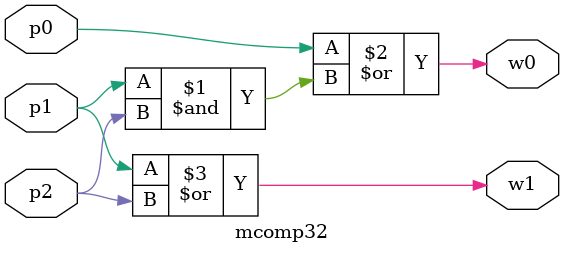
<source format=v>
module mcomp32(p0,p1,p2,w0,w1);
input p0,p1,p2;
output wire w0,w1;
assign w0 = (p0|(p1&p2));
assign w1 = (p1|p2);
endmodule


</source>
